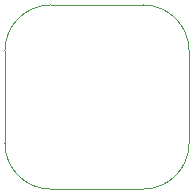
<source format=gko>
%TF.GenerationSoftware,KiCad,Pcbnew,4.0.5-e0-6337~49~ubuntu16.04.1*%
%TF.CreationDate,2017-03-23T12:37:32-07:00*%
%TF.ProjectId,2x2-Push-Terminal-3mm-Pitch-SMT,3278322D507573682D5465726D696E61,1.0*%
%TF.FileFunction,Profile,NP*%
%FSLAX46Y46*%
G04 Gerber Fmt 4.6, Leading zero omitted, Abs format (unit mm)*
G04 Created by KiCad (PCBNEW 4.0.5-e0-6337~49~ubuntu16.04.1) date Thu Mar 23 12:37:32 2017*
%MOMM*%
%LPD*%
G01*
G04 APERTURE LIST*
%ADD10C,0.350000*%
%ADD11C,0.040640*%
G04 APERTURE END LIST*
D10*
D11*
X11344240Y-25868200D02*
X3544240Y-25868200D01*
X11344240Y-41468200D02*
X3544240Y-41468200D01*
X15244240Y-37568200D02*
X15244240Y-29768200D01*
X-355760Y-37568200D02*
X-355760Y-29768200D01*
X15244240Y-29768200D02*
G75*
G03X11344240Y-25868200I-3900000J0D01*
G01*
X11344240Y-41468200D02*
G75*
G03X15244240Y-37568200I0J3900000D01*
G01*
X-355760Y-37568200D02*
G75*
G03X3544240Y-41468200I3900000J0D01*
G01*
X3544240Y-25868200D02*
G75*
G03X-355760Y-29768200I0J-3900000D01*
G01*
M02*

</source>
